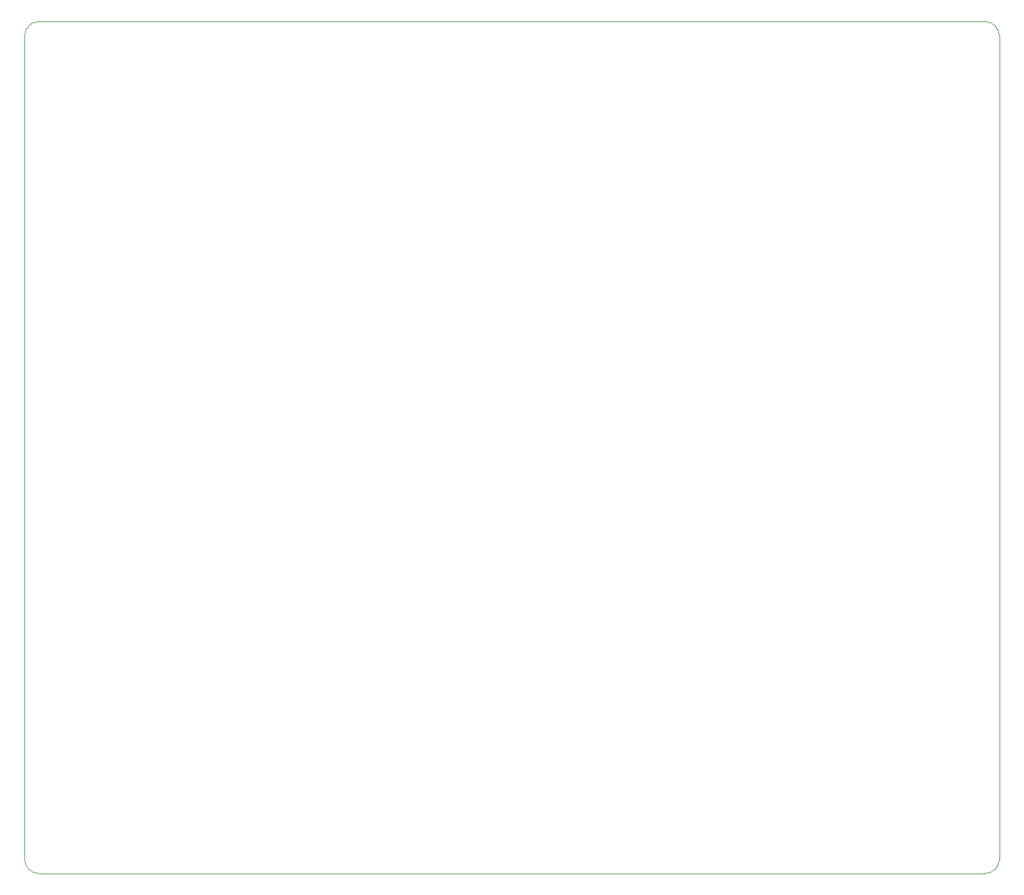
<source format=gbr>
%TF.GenerationSoftware,KiCad,Pcbnew,7.0.9*%
%TF.CreationDate,2023-12-17T15:27:51-08:00*%
%TF.ProjectId,MicroTrainer,4d696372-6f54-4726-9169-6e65722e6b69,rev?*%
%TF.SameCoordinates,Original*%
%TF.FileFunction,Profile,NP*%
%FSLAX46Y46*%
G04 Gerber Fmt 4.6, Leading zero omitted, Abs format (unit mm)*
G04 Created by KiCad (PCBNEW 7.0.9) date 2023-12-17 15:27:51*
%MOMM*%
%LPD*%
G01*
G04 APERTURE LIST*
%TA.AperFunction,Profile*%
%ADD10C,0.050000*%
%TD*%
G04 APERTURE END LIST*
D10*
X148000000Y-20000000D02*
X148000000Y-134000000D01*
X15000000Y-18000000D02*
X146000000Y-18000000D01*
X13000000Y-134000000D02*
G75*
G03*
X15000000Y-136000000I2000000J0D01*
G01*
X146000000Y-136000000D02*
G75*
G03*
X148000000Y-134000000I0J2000000D01*
G01*
X146000000Y-136000000D02*
X15000000Y-136000000D01*
X13000000Y-134000000D02*
X13000000Y-20000000D01*
X148000000Y-20000000D02*
G75*
G03*
X146000000Y-18000000I-2000000J0D01*
G01*
X15000000Y-18000000D02*
G75*
G03*
X13000000Y-20000000I0J-2000000D01*
G01*
M02*

</source>
